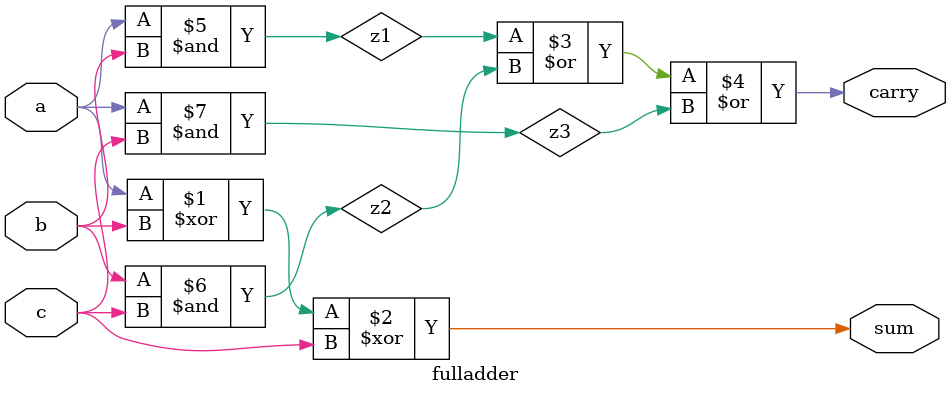
<source format=v>
module fulladder (a,b,c,sum,carry);
input a,b,c;
wire x1,x2,x3;
output sum,carry;
xor xor1(sum,a,b,c);
or or1(carry,z1,z2,z3);
and and1(z1,a,b);
and and2(z2,b,c);
and and3(z3,a,c);
endmodule
</source>
